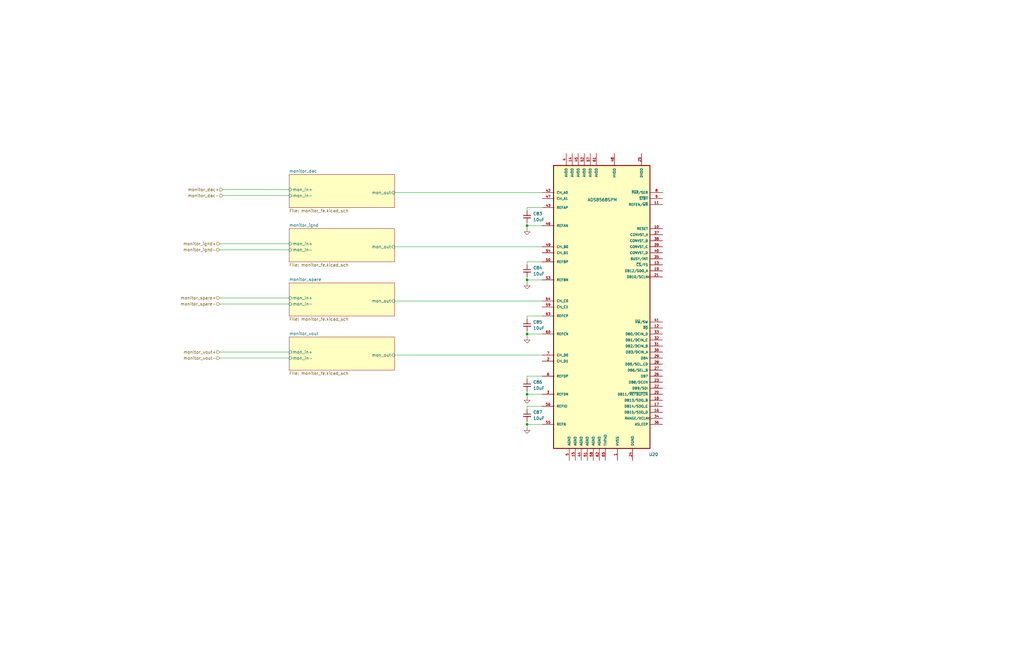
<source format=kicad_sch>
(kicad_sch (version 20250114) (generator "eeschema") (generator_version "9.0")
  (paper "B")
  (lib_symbols
    (symbol "Device:C_Small" (pin_numbers (hide yes)) (pin_names (offset 0.254) (hide yes))
      (property "Reference" "C" (at 0.254 1.778 0))
      (property "Value" "C_Small" (at 0.254 -2.032 0))
      (symbol "C_Small_0_1"
        (polyline (pts (xy -1.524 0.508) (xy 1.524 0.508)) (stroke (width 0.3048)))
        (polyline (pts (xy -1.524 -0.508) (xy 1.524 -0.508)) (stroke (width 0.3302)))
      )
      (symbol "C_Small_1_1"
        (pin passive line (at 0 2.54 270) (length 2.032) (name "~") (number "1"))
        (pin passive line (at 0 -2.54 90) (length 2.032) (name "~") (number "2"))
      )
    )
    (symbol "PSC:ADS8568SPM" (pin_names (offset 1.016))
      (property "Reference" "U" (at -20.32 67.04 0))
      (property "Value" "ADS8568SPM" (at -8.128 43.688 0))
      (symbol "ADS8568SPM_0_0"
        (rectangle (start -20.574 66.04) (end 20.066 -53.34) (stroke (width 0.41)) (fill (type background)))
        (pin input line (at -25.4 54.61 0) (length 5.08) (name "CH_A0") (number "42"))
        (pin input line (at -25.4 52.07 0) (length 5.08) (name "CH_A1") (number "47"))
        (pin input line (at -25.4 48.26 0) (length 5.08) (name "REFAP") (number "43"))
        (pin input line (at -25.4 40.64 0) (length 5.08) (name "REFAN") (number "46"))
        (pin input line (at -25.4 31.75 0) (length 5.08) (name "CH_B0") (number "49"))
        (pin input line (at -25.4 29.21 0) (length 5.08) (name "CH_B1") (number "54"))
        (pin input line (at -25.4 25.4 0) (length 5.08) (name "REFBP") (number "50"))
        (pin input line (at -25.4 17.78 0) (length 5.08) (name "REFBN") (number "53"))
        (pin input line (at -25.4 8.89 0) (length 5.08) (name "CH_C0") (number "64"))
        (pin input line (at -25.4 6.35 0) (length 5.08) (name "CH_C1") (number "59"))
        (pin input line (at -25.4 2.54 0) (length 5.08) (name "REFCP") (number "63"))
        (pin input line (at -25.4 -5.08 0) (length 5.08) (name "REFCN") (number "60"))
        (pin input line (at -25.4 -13.97 0) (length 5.08) (name "CH_D0") (number "7"))
        (pin input line (at -25.4 -16.51 0) (length 5.08) (name "CH_D1") (number "2"))
        (pin input line (at -25.4 -22.86 0) (length 5.08) (name "REFDP") (number "6"))
        (pin input line (at -25.4 -30.48 0) (length 5.08) (name "REFDN") (number "3"))
        (pin input line (at -25.4 -35.56 0) (length 5.08) (name "REFIO") (number "56"))
        (pin input line (at -25.4 -43.18 0) (length 5.08) (name "REFN") (number "55"))
        (pin power_in line (at -15.24 71.12 270) (length 5.08) (name "AVDD") (number "4"))
        (pin power_in line (at -13.97 -58.42 90) (length 5.08) (name "AGND") (number "5"))
        (pin power_in line (at 5.08 71.12 270) (length 5.08) (name "HVDD") (number "48"))
        (pin power_in line (at 6.35 -58.42 90) (length 5.08) (name "HVSS") (number "1"))
        (pin power_in line (at 12.7 -58.42 90) (length 5.08) (name "DGND") (number "24"))
        (pin power_in line (at 16.51 71.12 270) (length 5.08) (name "DVDD") (number "25"))
        (pin input line (at 25.4 54.61 180) (length 5.08) (name "~{PAR}/SER") (number "8"))
        (pin input line (at 25.4 52.07 180) (length 5.08) (name "~{STBY}") (number "9"))
        (pin input line (at 25.4 49.53 180) (length 5.08) (name "REFEN/~{WR}") (number "11"))
        (pin input line (at 25.4 39.37 180) (length 5.08) (name "RESET") (number "10"))
        (pin input line (at 25.4 34.29 180) (length 5.08) (name "CONVST_B") (number "38"))
        (pin input line (at 25.4 31.75 180) (length 5.08) (name "CONVST_C") (number "39"))
        (pin input line (at 25.4 29.21 180) (length 5.08) (name "CONVST_D") (number "40"))
        (pin output line (at 25.4 26.67 180) (length 5.08) (name "BUSY/INT") (number "35"))
        (pin input line (at 25.4 24.13 180) (length 5.08) (name "~{CS}/FS") (number "13"))
        (pin bidirectional line (at 25.4 21.59 180) (length 5.08) (name "DB12/SDO_A") (number "19"))
        (pin bidirectional clock (at 25.4 19.05 180) (length 5.08) (name "DB10/SCLK") (number "21"))
        (pin input line (at 25.4 0 180) (length 5.08) (name "~{HW}/SW") (number "41"))
        (pin input line (at 25.4 -2.54 180) (length 5.08) (name "~{RD}") (number "12"))
        (pin input line (at 25.4 -5.08 180) (length 5.08) (name "DB0/DCIN_D") (number "33"))
        (pin input line (at 25.4 -7.62 180) (length 5.08) (name "DB1/DCIN_C") (number "32"))
        (pin input line (at 25.4 -10.16 180) (length 5.08) (name "DB2/DCIN_B") (number "31"))
        (pin input line (at 25.4 -12.7 180) (length 5.08) (name "DB3/DCIN_A") (number "30"))
        (pin bidirectional line (at 25.4 -15.24 180) (length 5.08) (name "DB4") (number "29"))
        (pin bidirectional line (at 25.4 -17.78 180) (length 5.08) (name "DB5/SEL_CD") (number "28"))
        (pin bidirectional line (at 25.4 -20.32 180) (length 5.08) (name "DB6/SEL_B") (number "27"))
        (pin bidirectional line (at 25.4 -22.86 180) (length 5.08) (name "DB7") (number "26"))
        (pin bidirectional line (at 25.4 -25.4 180) (length 5.08) (name "DB8/DCEN") (number "23"))
        (pin bidirectional line (at 25.4 -27.94 180) (length 5.08) (name "DB9/SDI") (number "22"))
        (pin bidirectional line (at 25.4 -30.48 180) (length 5.08) (name "DB11/~{REFBUFEN}") (number "20"))
        (pin bidirectional line (at 25.4 -33.02 180) (length 5.08) (name "DB13/SDO_B") (number "18"))
        (pin bidirectional line (at 25.4 -35.56 180) (length 5.08) (name "DB14/SDO_C") (number "17"))
        (pin bidirectional line (at 25.4 -38.1 180) (length 5.08) (name "DB15/SDO_D") (number "16"))
        (pin bidirectional clock (at 25.4 -40.64 180) (length 5.08) (name "RANGE/XCLK") (number "34"))
        (pin input line (at 25.4 -43.18 180) (length 5.08) (name "ASLEEP") (number "36"))
      )
      (symbol "ADS8568SPM_1_0"
        (pin power_in line (at -12.7 71.12 270) (length 5.08) (name "AVDD") (number "14"))
        (pin power_in line (at -11.43 -58.42 90) (length 5.08) (name "AGND") (number "15"))
        (pin power_in line (at -10.16 71.12 270) (length 5.08) (name "AVDD") (number "45"))
        (pin power_in line (at -8.89 -58.42 90) (length 5.08) (name "AGND") (number "44"))
        (pin power_in line (at -7.62 71.12 270) (length 5.08) (name "AVDD") (number "52"))
        (pin power_in line (at -6.35 -58.42 90) (length 5.08) (name "AGND") (number "51"))
        (pin power_in line (at -5.08 71.12 270) (length 5.08) (name "AVDD") (number "57"))
        (pin power_in line (at -3.81 -58.42 90) (length 5.08) (name "AGND") (number "58"))
        (pin power_in line (at -2.54 71.12 270) (length 5.08) (name "AVDD") (number "61"))
        (pin power_in line (at -1.27 -58.42 90) (length 5.08) (name "AGND") (number "62"))
        (pin power_in line (at 1.27 -58.42 90) (length 5.08) (name "THPAD") (number "65"))
        (pin input line (at 25.4 36.83 180) (length 5.08) (name "CONVST_A") (number "37"))
      )
    )
    (symbol "power:GND" (power) (pin_numbers (hide yes)) (pin_names (offset 0) (hide yes))
      (property "Value" "GND" (at 0 -3.81 0))
      (symbol "GND_0_1"
        (polyline (pts (xy 0 0) (xy 0 -1.27) (xy 1.27 -1.27) (xy 0 -2.54) (xy -1.27 -1.27) (xy 0 -1.27)))
      )
      (symbol "GND_1_1"
        (pin power_in line (at 0 0 270) (length 0) (name "~") (number "1"))
      )
    )
  )
  (junction (at 222.25 140.97))
  (junction (at 222.25 95.25))
  (junction (at 222.25 179.07))
  (junction (at 222.25 118.11))
  (junction (at 222.25 166.37))
  (wire (pts (xy 92.71 105.41) (xy 121.92 105.41)))
  (wire (pts (xy 222.25 171.45) (xy 228.6 171.45)))
  (wire (pts (xy 222.25 118.11) (xy 222.25 119.38)))
  (wire (pts (xy 93.98 82.55) (xy 121.92 82.55)))
  (wire (pts (xy 166.37 104.14) (xy 228.6 104.14)))
  (wire (pts (xy 222.25 166.37) (xy 228.6 166.37)))
  (wire (pts (xy 222.25 165.1) (xy 222.25 166.37)))
  (wire (pts (xy 92.71 125.73) (xy 121.92 125.73)))
  (wire (pts (xy 222.25 87.63) (xy 228.6 87.63)))
  (wire (pts (xy 166.37 81.28) (xy 228.6 81.28)))
  (wire (pts (xy 222.25 111.76) (xy 222.25 110.49)))
  (wire (pts (xy 222.25 116.84) (xy 222.25 118.11)))
  (wire (pts (xy 92.71 148.59) (xy 121.92 148.59)))
  (wire (pts (xy 222.25 177.8) (xy 222.25 179.07)))
  (wire (pts (xy 222.25 140.97) (xy 222.25 142.24)))
  (wire (pts (xy 222.25 118.11) (xy 228.6 118.11)))
  (wire (pts (xy 222.25 93.98) (xy 222.25 95.25)))
  (wire (pts (xy 222.25 140.97) (xy 228.6 140.97)))
  (wire (pts (xy 222.25 133.35) (xy 228.6 133.35)))
  (wire (pts (xy 222.25 166.37) (xy 222.25 167.64)))
  (wire (pts (xy 222.25 110.49) (xy 228.6 110.49)))
  (wire (pts (xy 222.25 179.07) (xy 222.25 180.34)))
  (wire (pts (xy 166.37 149.86) (xy 228.6 149.86)))
  (wire (pts (xy 222.25 134.62) (xy 222.25 133.35)))
  (wire (pts (xy 93.98 80.01) (xy 121.92 80.01)))
  (wire (pts (xy 222.25 88.9) (xy 222.25 87.63)))
  (wire (pts (xy 92.71 151.13) (xy 121.92 151.13)))
  (wire (pts (xy 222.25 139.7) (xy 222.25 140.97)))
  (wire (pts (xy 222.25 172.72) (xy 222.25 171.45)))
  (wire (pts (xy 222.25 160.02) (xy 222.25 158.75)))
  (wire (pts (xy 92.71 128.27) (xy 121.92 128.27)))
  (wire (pts (xy 166.37 127) (xy 228.6 127)))
  (wire (pts (xy 222.25 179.07) (xy 228.6 179.07)))
  (wire (pts (xy 222.25 95.25) (xy 228.6 95.25)))
  (wire (pts (xy 222.25 95.25) (xy 222.25 96.52)))
  (wire (pts (xy 92.71 102.87) (xy 121.92 102.87)))
  (wire (pts (xy 222.25 158.75) (xy 228.6 158.75)))
  (hierarchical_label "monitor_dac-" (shape input) (at 93.98 82.55 180))
  (hierarchical_label "monitor_vout-" (shape input) (at 92.71 151.13 180))
  (hierarchical_label "monitor_spare+" (shape input) (at 92.71 125.73 180))
  (hierarchical_label "monitor_dac+" (shape input) (at 93.98 80.01 180))
  (hierarchical_label "monitor_vout+" (shape input) (at 92.71 148.59 180))
  (hierarchical_label "monitor_spare-" (shape input) (at 92.71 128.27 180))
  (hierarchical_label "monitor_ignd-" (shape input) (at 92.71 105.41 180))
  (hierarchical_label "monitor_ignd+" (shape input) (at 92.71 102.87 180))
  (symbol (lib_id "power:GND") (at 222.25 142.24 0) (unit 1)
    (property "Reference" "#PWR0132" (effects (hide yes)))
    (property "Value" "GND" (effects (hide yes)))
    (property "Description" "Power symbol creates a global label with name \"GND\" , ground" (effects (hide yes)))
  )
  (symbol (lib_id "power:GND") (at 222.25 119.38 0) (unit 1)
    (property "Reference" "#PWR0131" (effects (hide yes)))
    (property "Value" "GND" (effects (hide yes)))
    (property "Description" "Power symbol creates a global label with name \"GND\" , ground" (effects (hide yes)))
  )
  (symbol (lib_id "PSC:ADS8568SPM") (at 254 135.89 0) (unit 1)
    (property "Reference" "U20" (at 275.59 191.77 0))
    (property "Value" "ADS8568SPM" (at 254 84.328 0))
    (property "Footprint" "ADS8568SPM:QFP50P1200X1200X160-64N" (effects (hide yes)))
  )
  (symbol (lib_id "power:GND") (at 222.25 96.52 0) (unit 1)
    (property "Reference" "#PWR0130" (effects (hide yes)))
    (property "Value" "GND" (effects (hide yes)))
    (property "Description" "Power symbol creates a global label with name \"GND\" , ground" (effects (hide yes)))
  )
  (symbol (lib_id "Device:C_Small") (at 222.25 114.3 0) (unit 1)
    (property "Reference" "C84" (at 224.79 113.0362 0) (effects (justify left)))
    (property "Value" "10uF" (at 224.79 115.5762 0) (effects (justify left)))
    (property "Footprint" "Capacitor_SMD:C_0603_1608Metric" (effects (hide yes)))
    (property "Description" "Unpolarized capacitor, small symbol" (effects (hide yes)))
    (property "Voltage" "25V" (effects (hide yes)))
  )
  (symbol (lib_id "power:GND") (at 222.25 167.64 0) (unit 1)
    (property "Reference" "#PWR0133" (effects (hide yes)))
    (property "Value" "GND" (effects (hide yes)))
    (property "Description" "Power symbol creates a global label with name \"GND\" , ground" (effects (hide yes)))
  )
  (symbol (lib_id "power:GND") (at 222.25 180.34 0) (unit 1)
    (property "Reference" "#PWR0134" (effects (hide yes)))
    (property "Value" "GND" (effects (hide yes)))
    (property "Description" "Power symbol creates a global label with name \"GND\" , ground" (effects (hide yes)))
  )
  (symbol (lib_id "Device:C_Small") (at 222.25 175.26 0) (unit 1)
    (property "Reference" "C87" (at 224.79 173.9962 0) (effects (justify left)))
    (property "Value" "10uF" (at 224.79 176.5362 0) (effects (justify left)))
    (property "Footprint" "Capacitor_SMD:C_0603_1608Metric" (effects (hide yes)))
    (property "Description" "Unpolarized capacitor, small symbol" (effects (hide yes)))
    (property "Voltage" "25V" (effects (hide yes)))
  )
  (symbol (lib_id "Device:C_Small") (at 222.25 137.16 0) (unit 1)
    (property "Reference" "C85" (at 224.79 135.8962 0) (effects (justify left)))
    (property "Value" "10uF" (at 224.79 138.4362 0) (effects (justify left)))
    (property "Footprint" "Capacitor_SMD:C_0603_1608Metric" (effects (hide yes)))
    (property "Description" "Unpolarized capacitor, small symbol" (effects (hide yes)))
    (property "Voltage" "25V" (effects (hide yes)))
  )
  (symbol (lib_id "Device:C_Small") (at 222.25 162.56 0) (unit 1)
    (property "Reference" "C86" (at 224.79 161.2962 0) (effects (justify left)))
    (property "Value" "10uF" (at 224.79 163.8362 0) (effects (justify left)))
    (property "Footprint" "Capacitor_SMD:C_0603_1608Metric" (effects (hide yes)))
    (property "Description" "Unpolarized capacitor, small symbol" (effects (hide yes)))
    (property "Voltage" "25V" (effects (hide yes)))
  )
  (symbol (lib_id "Device:C_Small") (at 222.25 91.44 0) (unit 1)
    (property "Reference" "C83" (at 224.79 90.1762 0) (effects (justify left)))
    (property "Value" "10uF" (at 224.79 92.7162 0) (effects (justify left)))
    (property "Footprint" "Capacitor_SMD:C_0603_1608Metric" (effects (hide yes)))
    (property "Description" "Unpolarized capacitor, small symbol" (effects (hide yes)))
    (property "Voltage" "25V" (effects (hide yes)))
  )
  (sheet (at 121.92 142.24) (size 44.45 13.97) (stroke (width 0.1524)) (fill (color 255 255 194 1.0000))
    (property "Sheetname" "monitor_vout" (at 121.92 141.5284 0) (effects (justify left bottom)))
    (property "Sheetfile" "monitor_fe.kicad_sch" (at 121.92 156.7946 0) (effects (justify left top)))
    (pin "mon_in+" input (at 121.92 148.59 180))
    (pin "mon_in-" input (at 121.92 151.13 180))
    (pin "mon_out" input (at 166.37 149.86 0))
  )
  (sheet (at 121.92 119.38) (size 44.45 13.97) (stroke (width 0.1524)) (fill (color 255 255 194 1.0000))
    (property "Sheetname" "monitor_spare" (at 121.92 118.6684 0) (effects (justify left bottom)))
    (property "Sheetfile" "monitor_fe.kicad_sch" (at 121.92 133.9346 0) (effects (justify left top)))
    (pin "mon_in+" input (at 121.92 125.73 180))
    (pin "mon_in-" input (at 121.92 128.27 180))
    (pin "mon_out" input (at 166.37 127 0))
  )
  (sheet (at 121.92 73.66) (size 44.45 13.97) (stroke (width 0.1524)) (fill (color 255 255 194 1.0000))
    (property "Sheetname" "monitor_dac" (at 121.92 72.9484 0) (effects (justify left bottom)))
    (property "Sheetfile" "monitor_fe.kicad_sch" (at 121.92 88.2146 0) (effects (justify left top)))
    (pin "mon_in+" input (at 121.92 80.01 180))
    (pin "mon_in-" input (at 121.92 82.55 180))
    (pin "mon_out" input (at 166.37 81.28 0))
  )
  (sheet (at 121.92 96.52) (size 44.45 13.97) (stroke (width 0.1524)) (fill (color 255 255 194 1.0000))
    (property "Sheetname" "monitor_ignd" (at 121.92 95.8084 0) (effects (justify left bottom)))
    (property "Sheetfile" "monitor_fe.kicad_sch" (at 121.92 111.0746 0) (effects (justify left top)))
    (pin "mon_in+" input (at 121.92 102.87 180))
    (pin "mon_in-" input (at 121.92 105.41 180))
    (pin "mon_out" input (at 166.37 104.14 0))
  )
)
</source>
